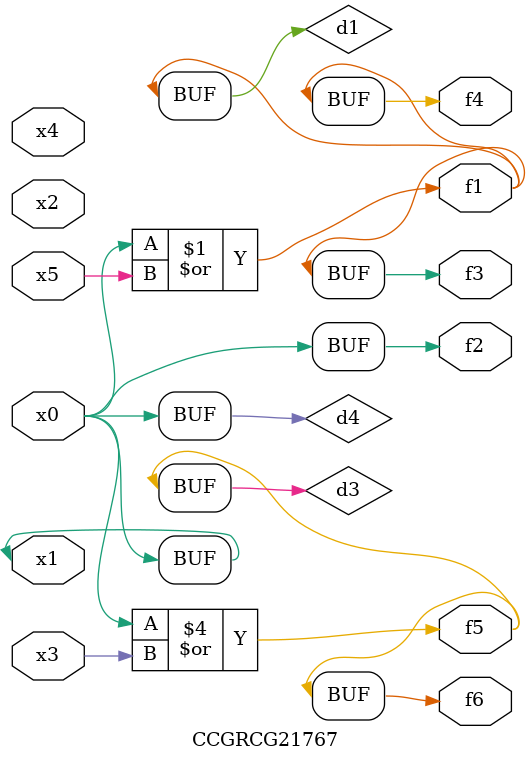
<source format=v>
module CCGRCG21767(
	input x0, x1, x2, x3, x4, x5,
	output f1, f2, f3, f4, f5, f6
);

	wire d1, d2, d3, d4;

	or (d1, x0, x5);
	xnor (d2, x1, x4);
	or (d3, x0, x3);
	buf (d4, x0, x1);
	assign f1 = d1;
	assign f2 = d4;
	assign f3 = d1;
	assign f4 = d1;
	assign f5 = d3;
	assign f6 = d3;
endmodule

</source>
